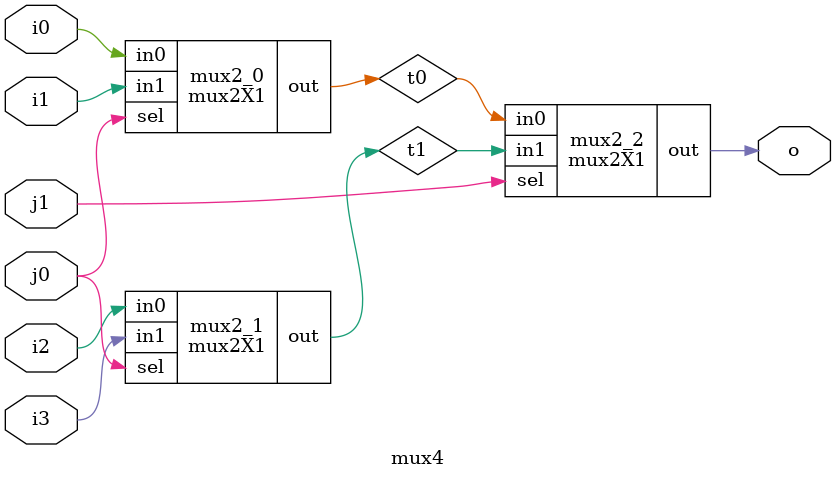
<source format=v>

module barrel_shifter_left (input wire [15:0] in,input wire [3:0] ctrl,output wire [15:0] out);
  wire [0:15] x,y,z;


//1 bit shift left

mux2X1  ins_49 (.in0(y[0]),.in1(1'b0),.sel(ctrl[0]),.out(out[0]));
mux2X1  ins_50 (.in0(y[1]),.in1(y[0]),.sel(ctrl[0]),.out(out[1]));
mux2X1  ins_51 (.in0(y[2]),.in1(y[1]),.sel(ctrl[0]),.out(out[2]));
mux2X1  ins_52 (.in0(y[3]),.in1(y[2]),.sel(ctrl[0]),.out(out[3]));
mux2X1  ins_53 (.in0(y[4]),.in1(y[3]),.sel(ctrl[0]),.out(out[4]));
mux2X1  ins_54 (.in0(y[5]),.in1(y[4]),.sel(ctrl[0]),.out(out[5]));
mux2X1  ins_55 (.in0(y[6]),.in1(y[5]),.sel(ctrl[0]),.out(out[6]));
mux2X1  ins_56 (.in0(y[7]),.in1(y[6]),.sel(ctrl[0]),.out(out[7]));
mux2X1  ins_57 (.in0(y[8]),.in1(y[7]),.sel(ctrl[0]),.out(out[8]));
mux2X1  ins_58 (.in0(y[9]),.in1(y[8]),.sel(ctrl[0]),.out(out[9]));
mux2X1  ins_59 (.in0(y[10]),.in1(y[9]),.sel(ctrl[0]),.out(out[10]));
mux2X1  ins_60 (.in0(y[11]),.in1(y[10]),.sel(ctrl[0]),.out(out[11]));
mux2X1  ins_61 (.in0(y[12]),.in1(y[11]),.sel(ctrl[0]),.out(out[12]));
mux2X1  ins_62 (.in0(y[13]),.in1(y[12]),.sel(ctrl[0]),.out(out[13]));
mux2X1  ins_63 (.in0(y[14]),.in1(y[13]),.sel(ctrl[0]),.out(out[14]));
mux2X1  ins_64 (.in0(y[15]),.in1(y[14]),.sel(ctrl[0]),.out(out[15]));


//2 bit shift left
mux2X1  ins_33 (.in0(x[0]),.in1(1'b0),.sel(ctrl[1]),.out(y[0]));
mux2X1  ins_34 (.in0(x[1]),.in1(1'b0),.sel(ctrl[1]),.out(y[1]));
mux2X1  ins_35 (.in0(x[2]),.in1(x[0]),.sel(ctrl[1]),.out(y[2]));
mux2X1  ins_36 (.in0(x[3]),.in1(x[1]),.sel(ctrl[1]),.out(y[3]));
mux2X1  ins_37 (.in0(x[4]),.in1(x[2]),.sel(ctrl[1]),.out(y[4]));
mux2X1  ins_38 (.in0(x[5]),.in1(x[3]),.sel(ctrl[1]),.out(y[5]));
mux2X1  ins_39 (.in0(x[6]),.in1(x[4]),.sel(ctrl[1]),.out(y[6]));
mux2X1  ins_40 (.in0(x[7]),.in1(x[5]),.sel(ctrl[1]),.out(y[7]));
mux2X1  ins_41 (.in0(x[8]),.in1(x[6]),.sel(ctrl[1]),.out(y[8]));
mux2X1  ins_42 (.in0(x[9]),.in1(x[7]),.sel(ctrl[1]),.out(y[9]));
mux2X1  ins_43 (.in0(x[10]),.in1(x[8]),.sel(ctrl[1]),.out(y[10]));
mux2X1  ins_44 (.in0(x[11]),.in1(x[9]),.sel(ctrl[1]),.out(y[11]));
mux2X1  ins_45 (.in0(x[12]),.in1(x[10]),.sel(ctrl[1]),.out(y[12]));
mux2X1  ins_46 (.in0(x[13]),.in1(x[11]),.sel(ctrl[1]),.out(y[13]));
mux2X1  ins_47 (.in0(x[14]),.in1(x[12]),.sel(ctrl[1]),.out(y[14]));
mux2X1  ins_48 (.in0(x[15]),.in1(x[13]),.sel(ctrl[1]),.out(y[15]));

//4bit shift left
mux2X1  ins_17 (.in0(z[0]),.in1(1'b0),.sel(ctrl[2]),.out(x[0]));
mux2X1  ins_18(.in0(z[1]),.in1(1'b0),.sel(ctrl[2]),.out(x[1]));
mux2X1  ins_19 (.in0(z[2]),.in1(1'b0),.sel(ctrl[2]),.out(x[2]));
mux2X1  ins_20 (.in0(z[3]),.in1(1'b0),.sel(ctrl[2]),.out(x[3]));
mux2X1  ins_21 (.in0(z[4]),.in1(z[0]),.sel(ctrl[2]),.out(x[4]));
mux2X1  ins_22 (.in0(z[5]),.in1(z[1]),.sel(ctrl[2]),.out(x[5]));
mux2X1  ins_23 (.in0(z[6]),.in1(z[2]),.sel(ctrl[2]),.out(x[6]));
mux2X1  ins_24 (.in0(z[7]),.in1(z[3]),.sel(ctrl[2]),.out(x[7]));
mux2X1  ins_25 (.in0(z[8]),.in1(z[4]),.sel(ctrl[2]),.out(x[8]));
mux2X1  ins_26 (.in0(z[9]),.in1(z[5]),.sel(ctrl[2]),.out(x[9]));
mux2X1  ins_27 (.in0(z[10]),.in1(z[6]),.sel(ctrl[2]),.out(x[10]));
mux2X1  ins_28 (.in0(z[11]),.in1(z[7]),.sel(ctrl[2]),.out(x[11]));
mux2X1  ins_29 (.in0(z[12]),.in1(z[8]),.sel(ctrl[2]),.out(x[12]));
mux2X1  ins_30 (.in0(z[13]),.in1(z[9]),.sel(ctrl[2]),.out(x[13]));
mux2X1  ins_31 (.in0(z[14]),.in1(z[10]),.sel(ctrl[2]),.out(x[14]));
mux2X1  ins_32 (.in0(z[15]),.in1(z[11]),.sel(ctrl[2]),.out(x[15]));
 
 
//8bit shift left
mux2X1  ins_1 (.in0(in[0]),.in1(1'b0),.sel(ctrl[3]),.out(z[0]));
mux2X1  ins_2 (.in0(in[1]),.in1(1'b0),.sel(ctrl[3]),.out(z[1]));
mux2X1  ins_3 (.in0(in[2]),.in1(1'b0),.sel(ctrl[3]),.out(z[2]));
mux2X1  ins_4 (.in0(in[3]),.in1(1'b0),.sel(ctrl[3]),.out(z[3]));
mux2X1  ins_5 (.in0(in[4]),.in1(1'b0),.sel(ctrl[3]),.out(z[4]));
mux2X1  ins_6 (.in0(in[5]),.in1(1'b0),.sel(ctrl[3]),.out(z[5]));
mux2X1  ins_7 (.in0(in[6]),.in1(1'b0),.sel(ctrl[3]),.out(z[6]));
mux2X1  ins_8 (.in0(in[7]),.in1(1'b0),.sel(ctrl[3]),.out(z[7]));
mux2X1  ins_9 (.in0(in[8]),.in1(in[0]),.sel(ctrl[3]),.out(z[8]));
mux2X1  ins_10 (.in0(in[9]),.in1(in[1]),.sel(ctrl[3]),.out(z[9]));
mux2X1  ins_11 (.in0(in[10]),.in1(in[2]),.sel(ctrl[3]),.out(z[10]));
mux2X1  ins_12 (.in0(in[11]),.in1(in[3]),.sel(ctrl[3]),.out(z[11]));
mux2X1  ins_13 (.in0(in[12]),.in1(in[4]),.sel(ctrl[3]),.out(z[12]));
mux2X1  ins_14 (.in0(in[13]),.in1(in[5]),.sel(ctrl[3]),.out(z[13]));
mux2X1  ins_15 (.in0(in[14]),.in1(in[6]),.sel(ctrl[3]),.out(z[14]));
mux2X1  ins_16 (.in0(in[15]),.in1(in[7]),.sel(ctrl[3]),.out(z[15]));
 
 



 
endmodule



module rotator_left (input wire [15:0] in,input wire [3:0] ctrl,output wire [15:0] out);

  wire [0:15] x,y,z;
  
  //1 bit rotate 
mux2X1  ins_49 (.in0(y[0]),.in1(y[15]),.sel(ctrl[0]),.out(out[0]));
mux2X1  ins_50 (.in0(y[1]),.in1(y[0]),.sel(ctrl[0]),.out(out[1]));
mux2X1  ins_51 (.in0(y[2]),.in1(y[1]),.sel(ctrl[0]),.out(out[2]));
mux2X1  ins_52 (.in0(y[3]),.in1(y[2]),.sel(ctrl[0]),.out(out[3]));
mux2X1  ins_53 (.in0(y[4]),.in1(y[3]),.sel(ctrl[0]),.out(out[4]));
mux2X1  ins_54 (.in0(y[5]),.in1(y[4]),.sel(ctrl[0]),.out(out[5]));
mux2X1  ins_55 (.in0(y[6]),.in1(y[5]),.sel(ctrl[0]),.out(out[6]));
mux2X1  ins_56 (.in0(y[7]),.in1(y[6]),.sel(ctrl[0]),.out(out[7]));
mux2X1  ins_57 (.in0(y[8]),.in1(y[7]),.sel(ctrl[0]),.out(out[8]));
mux2X1  ins_58 (.in0(y[9]),.in1(y[8]),.sel(ctrl[0]),.out(out[9]));
mux2X1  ins_59 (.in0(y[10]),.in1(y[9]),.sel(ctrl[0]),.out(out[10]));
mux2X1  ins_60 (.in0(y[11]),.in1(y[10]),.sel(ctrl[0]),.out(out[11]));
mux2X1  ins_61 (.in0(y[12]),.in1(y[11]),.sel(ctrl[0]),.out(out[12]));
mux2X1  ins_62 (.in0(y[13]),.in1(y[12]),.sel(ctrl[0]),.out(out[13]));
mux2X1  ins_63 (.in0(y[14]),.in1(y[13]),.sel(ctrl[0]),.out(out[14]));
mux2X1  ins_64 (.in0(y[15]),.in1(y[14]),.sel(ctrl[0]),.out(out[15]));

//2 bit rotate 
 
mux2X1  ins_33 (.in0(x[0]),.in1(x[14]),.sel(ctrl[1]),.out(y[0]));
mux2X1  ins_34 (.in0(x[1]),.in1(x[15]),.sel(ctrl[1]),.out(y[1]));
mux2X1  ins_35 (.in0(x[2]),.in1(x[0]),.sel(ctrl[1]),.out(y[2]));
mux2X1  ins_36 (.in0(x[3]),.in1(x[1]),.sel(ctrl[1]),.out(y[3]));
mux2X1  ins_37 (.in0(x[4]),.in1(x[2]),.sel(ctrl[1]),.out(y[4]));
mux2X1  ins_38 (.in0(x[5]),.in1(x[3]),.sel(ctrl[1]),.out(y[5]));
mux2X1  ins_39 (.in0(x[6]),.in1(x[4]),.sel(ctrl[1]),.out(y[6]));
mux2X1  ins_40 (.in0(x[7]),.in1(x[5]),.sel(ctrl[1]),.out(y[7]));
mux2X1  ins_41 (.in0(x[8]),.in1(x[6]),.sel(ctrl[1]),.out(y[8]));
mux2X1  ins_42 (.in0(x[9]),.in1(x[7]),.sel(ctrl[1]),.out(y[9]));
mux2X1  ins_43 (.in0(x[10]),.in1(x[8]),.sel(ctrl[1]),.out(y[10]));
mux2X1  ins_44 (.in0(x[11]),.in1(x[9]),.sel(ctrl[1]),.out(y[11]));
mux2X1  ins_45 (.in0(x[12]),.in1(x[10]),.sel(ctrl[1]),.out(y[12]));
mux2X1  ins_46 (.in0(x[13]),.in1(x[11]),.sel(ctrl[1]),.out(y[13]));
mux2X1  ins_47 (.in0(x[14]),.in1(x[12]),.sel(ctrl[1]),.out(y[14]));
mux2X1  ins_48 (.in0(x[15]),.in1(x[13]),.sel(ctrl[1]),.out(y[15]));

//4bit rotate
mux2X1  ins_17 (.in0(z[0]),.in1(z[12]),.sel(ctrl[2]),.out(x[0]));
mux2X1  ins_18 (.in0(z[1]),.in1(z[13]),.sel(ctrl[2]),.out(x[1]));
mux2X1  ins_19 (.in0(z[2]),.in1(z[14]),.sel(ctrl[2]),.out(x[2]));
mux2X1  ins_20 (.in0(z[3]),.in1(z[15]),.sel(ctrl[2]),.out(x[3]));
mux2X1  ins_21 (.in0(z[4]),.in1(z[0]),.sel(ctrl[2]),.out(x[4]));
mux2X1  ins_22 (.in0(z[5]),.in1(z[1]),.sel(ctrl[2]),.out(x[5]));
mux2X1  ins_23 (.in0(z[6]),.in1(z[2]),.sel(ctrl[2]),.out(x[6]));
mux2X1  ins_24 (.in0(z[7]),.in1(z[3]),.sel(ctrl[2]),.out(x[7]));
mux2X1  ins_25 (.in0(z[8]),.in1(z[4]),.sel(ctrl[2]),.out(x[8]));
mux2X1  ins_26 (.in0(z[9]),.in1(z[5]),.sel(ctrl[2]),.out(x[9]));
mux2X1  ins_27 (.in0(z[10]),.in1(z[6]),.sel(ctrl[2]),.out(x[10]));
mux2X1  ins_28 (.in0(z[11]),.in1(z[7]),.sel(ctrl[2]),.out(x[11]));
mux2X1  ins_29 (.in0(z[12]),.in1(z[8]),.sel(ctrl[2]),.out(x[12]));
mux2X1  ins_30 (.in0(z[13]),.in1(z[9]),.sel(ctrl[2]),.out(x[13]));
mux2X1  ins_31 (.in0(z[14]),.in1(z[10]),.sel(ctrl[2]),.out(x[14]));
mux2X1  ins_32 (.in0(z[15]),.in1(z[11]),.sel(ctrl[2]),.out(x[15]));
 
 
//8bit rotate 
mux2X1  ins_1 (.in0(in[0]),.in1(in[8]),.sel(ctrl[3]),.out(z[0]));
mux2X1  ins_2 (.in0(in[1]),.in1(in[9]),.sel(ctrl[3]),.out(z[1]));
mux2X1  ins_3 (.in0(in[2]),.in1(in[10]),.sel(ctrl[3]),.out(z[2]));
mux2X1  ins_4 (.in0(in[3]),.in1(in[11]),.sel(ctrl[3]),.out(z[3]));
mux2X1  ins_5 (.in0(in[4]),.in1(in[12]),.sel(ctrl[3]),.out(z[4]));
mux2X1  ins_6 (.in0(in[5]),.in1(in[13]),.sel(ctrl[3]),.out(z[5]));
mux2X1  ins_7 (.in0(in[6]),.in1(in[14]),.sel(ctrl[3]),.out(z[6]));
mux2X1  ins_8 (.in0(in[7]),.in1(in[15]),.sel(ctrl[3]),.out(z[7]));
mux2X1  ins_9 (.in0(in[8]),.in1(in[16]),.sel(ctrl[3]),.out(z[8]));
mux2X1  ins_10 (.in0(in[9]),.in1(in[0]),.sel(ctrl[3]),.out(z[9]));
mux2X1  ins_11 (.in0(in[10]),.in1(in[1]),.sel(ctrl[3]),.out(z[10]));
mux2X1  ins_12 (.in0(in[11]),.in1(in[3]),.sel(ctrl[3]),.out(z[11]));
mux2X1  ins_13 (.in0(in[12]),.in1(in[4]),.sel(ctrl[3]),.out(z[12]));
mux2X1  ins_14 (.in0(in[13]),.in1(in[5]),.sel(ctrl[3]),.out(z[13]));
mux2X1  ins_15 (.in0(in[14]),.in1(in[6]),.sel(ctrl[3]),.out(z[14]));
mux2X1  ins_16 (.in0(in[15]),.in1(in[7]),.sel(ctrl[3]),.out(z[15]));



 

 
endmodule


module barrel_shifter_right (input wire [15:0] in,input wire [3:0] ctrl,output wire [15:0] out);
  wire [15:0] x,y,z;




//1 bit shift right
mux2X1  ins_49 (.in0(y[15]),.in1(1'b0),.sel(ctrl[0]),.out(out[15]));
mux2X1  ins_50 (.in0(y[14]),.in1(y[15]),.sel(ctrl[0]),.out(out[14]));
mux2X1  ins_51 (.in0(y[13]),.in1(y[14]),.sel(ctrl[0]),.out(out[13]));
mux2X1  ins_52 (.in0(y[12]),.in1(y[13]),.sel(ctrl[0]),.out(out[12]));
mux2X1  ins_53 (.in0(y[11]),.in1(y[12]),.sel(ctrl[0]),.out(out[11]));
mux2X1  ins_54 (.in0(y[10]),.in1(y[11]),.sel(ctrl[0]),.out(out[10]));
mux2X1  ins_55 (.in0(y[9]),.in1(y[10]),.sel(ctrl[0]),.out(out[9]));
mux2X1  ins_56 (.in0(y[8]),.in1(y[9]),.sel(ctrl[0]),.out(out[8]));
mux2X1  ins_57 (.in0(y[7]),.in1(y[8]),.sel(ctrl[0]),.out(out[7]));
mux2X1  ins_58 (.in0(y[6]),.in1(y[7]),.sel(ctrl[0]),.out(out[6]));
mux2X1  ins_59 (.in0(y[5]),.in1(y[6]),.sel(ctrl[0]),.out(out[5]));
mux2X1  ins_60 (.in0(y[4]),.in1(y[5]),.sel(ctrl[0]),.out(out[4]));
mux2X1  ins_61 (.in0(y[3]),.in1(y[4]),.sel(ctrl[0]),.out(out[3]));
mux2X1  ins_62 (.in0(y[2]),.in1(y[3]),.sel(ctrl[0]),.out(out[2]));
mux2X1  ins_63 (.in0(y[1]),.in1(y[2]),.sel(ctrl[0]),.out(out[1]));
mux2X1  ins_64 (.in0(y[0]),.in1(y[1]),.sel(ctrl[0]),.out(out[0]));

//2 bits shift right
 
mux2X1  ins_33 (.in0(x[15]),.in1(1'b0),.sel(ctrl[1]),.out(y[15]));
mux2X1  ins_34 (.in0(x[14]),.in1(1'b0),.sel(ctrl[1]),.out(y[14]));
mux2X1  ins_35 (.in0(x[13]),.in1(x[15]),.sel(ctrl[1]),.out(y[13]));
mux2X1  ins_36 (.in0(x[12]),.in1(x[14]),.sel(ctrl[1]),.out(y[12]));
mux2X1  ins_37 (.in0(x[11]),.in1(x[13]),.sel(ctrl[1]),.out(y[11]));
mux2X1  ins_38 (.in0(x[10]),.in1(x[12]),.sel(ctrl[1]),.out(y[10]));
mux2X1  ins_39 (.in0(x[9]),.in1(x[11]),.sel(ctrl[1]),.out(y[9]));
mux2X1  ins_40 (.in0(x[8]),.in1(x[10]),.sel(ctrl[1]),.out(y[8]));
mux2X1  ins_41 (.in0(x[7]),.in1(x[9]),.sel(ctrl[1]),.out(y[7]));
mux2X1  ins_42 (.in0(x[6]),.in1(x[8]),.sel(ctrl[1]),.out(y[6]));
mux2X1  ins_43 (.in0(x[5]),.in1(x[7]),.sel(ctrl[1]),.out(y[5]));
mux2X1  ins_44 (.in0(x[4]),.in1(x[6]),.sel(ctrl[1]),.out(y[4]));
mux2X1  ins_45 (.in0(x[3]),.in1(x[5]),.sel(ctrl[1]),.out(y[3]));
mux2X1  ins_46 (.in0(x[2]),.in1(x[4]),.sel(ctrl[1]),.out(y[2]));
mux2X1  ins_47 (.in0(x[1]),.in1(x[3]),.sel(ctrl[1]),.out(y[1]));
mux2X1  ins_48 (.in0(x[0]),.in1(x[2]),.sel(ctrl[1]),.out(y[0]));


//4bits shift right
mux2X1  ins_17 (.in0(z[15]),.in1(1'b0),.sel(ctrl[2]),.out(x[15]));
mux2X1  ins_18 (.in0(z[14]),.in1(1'b0),.sel(ctrl[2]),.out(x[14]));
mux2X1  ins_19 (.in0(z[13]),.in1(1'b0),.sel(ctrl[2]),.out(x[13]));
mux2X1  ins_20 (.in0(z[12]),.in1(1'b0),.sel(ctrl[2]),.out(x[12]));
mux2X1  ins_21 (.in0(z[11]),.in1(z[15]),.sel(ctrl[2]),.out(x[11]));
mux2X1  ins_22 (.in0(z[10]),.in1(z[14]),.sel(ctrl[2]),.out(x[10]));
mux2X1  ins_23 (.in0(z[9]),.in1(z[13]),.sel(ctrl[2]),.out(x[9]));
mux2X1  ins_24 (.in0(z[8]),.in1(z[12]),.sel(ctrl[2]),.out(x[8]));
mux2X1  ins_25 (.in0(z[7]),.in1(z[11]),.sel(ctrl[2]),.out(x[7]));
mux2X1  ins_26 (.in0(z[6]),.in1(z[10]),.sel(ctrl[2]),.out(x[6]));
mux2X1  ins_27 (.in0(z[5]),.in1(z[9]),.sel(ctrl[2]),.out(x[5]));
mux2X1  ins_28 (.in0(z[4]),.in1(z[8]),.sel(ctrl[2]),.out(x[4]));
mux2X1  ins_29 (.in0(z[3]),.in1(in[7]),.sel(ctrl[2]),.out(x[3]));
mux2X1  ins_30 (.in0(z[2]),.in1(in[6]),.sel(ctrl[2]),.out(x[2]));
mux2X1  ins_31 (.in0(z[1]),.in1(in[5]),.sel(ctrl[2]),.out(x[1]));
mux2X1  ins_32 (.in0(z[0]),.in1(in[4]),.sel(ctrl[2]),.out(x[0]));
 
//8bits shift right 
mux2X1  ins_1 (.in0(in[15]),.in1(1'b0),.sel(ctrl[3]),.out(z[15]));
mux2X1  ins_2 (.in0(in[14]),.in1(1'b0),.sel(ctrl[3]),.out(z[14]));
mux2X1  ins_3 (.in0(in[13]),.in1(1'b0),.sel(ctrl[3]),.out(z[13]));
mux2X1  ins_4 (.in0(in[12]),.in1(1'b0),.sel(ctrl[3]),.out(z[12]));
mux2X1  ins_5 (.in0(in[11]),.in1(1'b0),.sel(ctrl[3]),.out(z[11]));
mux2X1  ins_6 (.in0(in[10]),.in1(1'b0),.sel(ctrl[3]),.out(z[10]));
mux2X1  ins_7 (.in0(in[9]),.in1(1'b0),.sel(ctrl[3]),.out(z[9]));
mux2X1  ins_8 (.in0(in[8]),.in1(1'b0),.sel(ctrl[3]),.out(z[8]));
mux2X1  ins_9 (.in0(in[7]),.in1(in[15]),.sel(ctrl[3]),.out(z[7]));
mux2X1  ins_10 (.in0(in[6]),.in1(in[14]),.sel(ctrl[3]),.out(z[6]));
mux2X1  ins_11 (.in0(in[5]),.in1(in[13]),.sel(ctrl[3]),.out(z[5]));
mux2X1  ins_12 (.in0(in[4]),.in1(in[12]),.sel(ctrl[3]),.out(z[4]));
mux2X1  ins_13 (.in0(in[3]),.in1(in[11]),.sel(ctrl[3]),.out(z[3]));
mux2X1  ins_14 (.in0(in[2]),.in1(in[10]),.sel(ctrl[3]),.out(z[2]));
mux2X1  ins_15 (.in0(in[1]),.in1(in[9]),.sel(ctrl[3]),.out(z[1]));
mux2X1  ins_16 (.in0(in[0]),.in1(in[8]),.sel(ctrl[3]),.out(z[0]));
 

 


endmodule



module rotator_right (input wire [15:0] in,input wire [3:0] ctrl,output wire [15:0] out);
  wire [15:0] x,y,z;


//1 bit shift right
mux2X1  ins_49 (.in0(y[15]),.in1(y[0]),.sel(ctrl[0]),.out(out[15]));
mux2X1  ins_50 (.in0(y[14]),.in1(y[15]),.sel(ctrl[0]),.out(out[14]));
mux2X1  ins_51 (.in0(y[13]),.in1(y[14]),.sel(ctrl[0]),.out(out[13]));
mux2X1  ins_52 (.in0(y[12]),.in1(y[13]),.sel(ctrl[0]),.out(out[12]));
mux2X1  ins_53 (.in0(y[11]),.in1(y[12]),.sel(ctrl[0]),.out(out[11]));
mux2X1  ins_54 (.in0(y[10]),.in1(y[11]),.sel(ctrl[0]),.out(out[10]));
mux2X1  ins_55 (.in0(y[9]),.in1(y[10]),.sel(ctrl[0]),.out(out[9]));
mux2X1  ins_56 (.in0(y[8]),.in1(y[9]),.sel(ctrl[0]),.out(out[8]));
mux2X1  ins_57 (.in0(y[7]),.in1(y[8]),.sel(ctrl[0]),.out(out[7]));
mux2X1  ins_58 (.in0(y[6]),.in1(y[7]),.sel(ctrl[0]),.out(out[6]));
mux2X1  ins_59 (.in0(y[5]),.in1(y[6]),.sel(ctrl[0]),.out(out[5]));
mux2X1  ins_60 (.in0(y[4]),.in1(y[5]),.sel(ctrl[0]),.out(out[4]));
mux2X1  ins_61 (.in0(y[3]),.in1(y[4]),.sel(ctrl[0]),.out(out[3]));
mux2X1  ins_62 (.in0(y[2]),.in1(y[3]),.sel(ctrl[0]),.out(out[2]));
mux2X1  ins_63 (.in0(y[1]),.in1(y[2]),.sel(ctrl[0]),.out(out[1]));
mux2X1  ins_64 (.in0(y[0]),.in1(y[1]),.sel(ctrl[0]),.out(out[0]));

//2 bit shift right
 
mux2X1  ins_33 (.in0(x[15]),.in1(x[1]),.sel(ctrl[1]),.out(y[15]));
mux2X1  ins_34 (.in0(x[14]),.in1(x[0]),.sel(ctrl[1]),.out(y[14]));
mux2X1  ins_35 (.in0(x[13]),.in1(x[15]),.sel(ctrl[1]),.out(y[13]));
mux2X1  ins_36 (.in0(x[12]),.in1(x[14]),.sel(ctrl[1]),.out(y[12]));
mux2X1  ins_37 (.in0(x[11]),.in1(x[13]),.sel(ctrl[1]),.out(y[11]));
mux2X1  ins_38 (.in0(x[10]),.in1(x[12]),.sel(ctrl[1]),.out(y[10]));
mux2X1  ins_39 (.in0(x[9]),.in1(x[11]),.sel(ctrl[1]),.out(y[9]));
mux2X1  ins_40 (.in0(x[8]),.in1(x[10]),.sel(ctrl[1]),.out(y[8]));
mux2X1  ins_41 (.in0(x[7]),.in1(x[9]),.sel(ctrl[1]),.out(y[7]));
mux2X1  ins_42 (.in0(x[6]),.in1(x[8]),.sel(ctrl[1]),.out(y[6]));
mux2X1  ins_43 (.in0(x[5]),.in1(x[7]),.sel(ctrl[1]),.out(y[5]));
mux2X1  ins_44 (.in0(x[4]),.in1(x[6]),.sel(ctrl[1]),.out(y[4]));
mux2X1  ins_45 (.in0(x[3]),.in1(x[5]),.sel(ctrl[1]),.out(y[3]));
mux2X1  ins_46 (.in0(x[2]),.in1(x[4]),.sel(ctrl[1]),.out(y[2]));
mux2X1  ins_47 (.in0(x[1]),.in1(x[3]),.sel(ctrl[1]),.out(y[1]));
mux2X1  ins_48 (.in0(x[0]),.in1(x[2]),.sel(ctrl[1]),.out(y[0]));

//4bit shift right
mux2X1  ins_17 (.in0(z[15]),.in1(z[3]),.sel(ctrl[2]),.out(x[15]));
mux2X1  ins_18 (.in0(z[14]),.in1(z[2]),.sel(ctrl[2]),.out(x[14]));
mux2X1  ins_19 (.in0(z[13]),.in1(z[1]),.sel(ctrl[2]),.out(x[13]));
mux2X1  ins_20 (.in0(z[12]),.in1(z[0]),.sel(ctrl[2]),.out(x[12]));
mux2X1  ins_21 (.in0(z[11]),.in1(z[15]),.sel(ctrl[2]),.out(x[11]));
mux2X1  ins_22 (.in0(z[10]),.in1(z[14]),.sel(ctrl[2]),.out(x[10]));
mux2X1  ins_23 (.in0(z[9]),.in1(z[13]),.sel(ctrl[2]),.out(x[9]));
mux2X1  ins_24 (.in0(z[8]),.in1(z[12]),.sel(ctrl[2]),.out(x[8]));
mux2X1  ins_25 (.in0(z[7]),.in1(z[11]),.sel(ctrl[2]),.out(x[7]));
mux2X1  ins_26 (.in0(z[6]),.in1(z[10]),.sel(ctrl[2]),.out(x[6]));
mux2X1  ins_27 (.in0(z[5]),.in1(z[9]),.sel(ctrl[2]),.out(x[5]));
mux2X1  ins_28 (.in0(z[4]),.in1(z[8]),.sel(ctrl[2]),.out(x[4]));
mux2X1  ins_29 (.in0(z[3]),.in1(in[7]),.sel(ctrl[2]),.out(x[3]));
mux2X1  ins_30 (.in0(z[2]),.in1(in[6]),.sel(ctrl[2]),.out(x[2]));
mux2X1  ins_31 (.in0(z[1]),.in1(in[5]),.sel(ctrl[2]),.out(x[1]));
mux2X1  ins_32 (.in0(z[0]),.in1(in[4]),.sel(ctrl[2]),.out(x[0]));


//8bit shift right 
mux2X1  ins_1 (.in0(in[15]),.in1(in[7]),.sel(ctrl[3]),.out(z[15]));
mux2X1  ins_2 (.in0(in[14]),.in1(in[6]),.sel(ctrl[3]),.out(z[14]));
mux2X1  ins_3 (.in0(in[13]),.in1(in[5]),.sel(ctrl[3]),.out(z[13]));
mux2X1  ins_4 (.in0(in[12]),.in1(in[4]),.sel(ctrl[3]),.out(z[12]));
mux2X1  ins_5 (.in0(in[11]),.in1(in[3]),.sel(ctrl[3]),.out(z[11]));
mux2X1  ins_6 (.in0(in[10]),.in1(in[2]),.sel(ctrl[3]),.out(z[10]));
mux2X1  ins_7 (.in0(in[9]),.in1(in[1]),.sel(ctrl[3]),.out(z[9]));
mux2X1  ins_8 (.in0(in[8]),.in1(in[0]),.sel(ctrl[3]),.out(z[8]));
mux2X1  ins_9 (.in0(in[7]),.in1(in[15]),.sel(ctrl[3]),.out(z[7]));
mux2X1  ins_10 (.in0(in[6]),.in1(in[14]),.sel(ctrl[3]),.out(z[6]));
mux2X1  ins_11 (.in0(in[5]),.in1(in[13]),.sel(ctrl[3]),.out(z[5]));
mux2X1  ins_12 (.in0(in[4]),.in1(in[12]),.sel(ctrl[3]),.out(z[4]));
mux2X1  ins_13 (.in0(in[3]),.in1(in[11]),.sel(ctrl[3]),.out(z[3]));
mux2X1  ins_14 (.in0(in[2]),.in1(in[10]),.sel(ctrl[3]),.out(z[2]));
mux2X1  ins_15 (.in0(in[1]),.in1(in[9]),.sel(ctrl[3]),.out(z[1]));
mux2X1  ins_16 (.in0(in[0]),.in1(in[8]),.sel(ctrl[3]),.out(z[0]));
 

 

 

 
endmodule
module alu(input wire [15:0] in,input wire [3:0] ctrl,input wire [1:0] op, output wire [15:0] out);
   
   wire [15:0] l,m,n,o;

barrel_shifter_left bs_left(in, ctrl, l);
barrel_shifter_right bs_right(in, ctrl, m);
rotator_left rotate_l(in, ctrl, n);
rotator_right rotate_r(in, ctrl,o);

mux4 inst1(l[0],m[0],n[0], o[0], op[0],op[1],out[0]);
mux4 inst2(l[1],m[1],n[1], o[1], op[0],op[1],out[1]);
mux4 inst3(l[2],m[2],n[2], o[2], op[0],op[1],out[2]);
mux4 inst4(l[3],m[3],n[3], o[3], op[0],op[1],out[3]);
mux4 inst5(l[4],m[4],n[4], o[4], op[0],op[1],out[4]);
mux4 inst6(l[5],m[5],n[5], o[5], op[0],op[1],out[5]);
mux4 inst7(l[6],m[6],n[6], o[6], op[0],op[1],out[6]);
mux4 inst8(l[7],m[7],n[7], o[7], op[0],op[1],out[7]);
mux4 inst9(l[8],m[8],n[8], o[8], op[0],op[1],out[8]);
mux4 inst10(l[9],m[9],n[9], o[9], op[0],op[1],out[9]);
mux4 inst11(l[10],m[10],n[10], o[10], op[0],op[1],out[10]);
mux4 inst12(l[11],m[11],n[11], o[11], op[0],op[1],out[11]);
mux4 inst13(l[12],m[12],n[12], o[12], op[0],op[1],out[12]);
mux4 inst14(l[13],m[13],n[13], o[13], op[0],op[1],out[13]);
mux4 inst15(l[14],m[14],n[14], o[14], op[0],op[1],out[14]);
mux4 inst16(l[15],m[15],n[15], o[15], op[0],op[1],out[15]);
endmodule

/////////////////////////
//2X1 Mux
/////////////////////////
 module mux2X1( in0,in1,sel,out);
input in0,in1,sel;
output out;
assign out=(sel)?in1:in0;
endmodule

module mux4 (i0,i1,i2,i3, j0,j1,o);
  input i0,i1,i2,i3,j0,j1;
  output o;
  wire  t0, t1;
  mux2X1 mux2_0 (i0, i1, j0, t0);
  mux2X1 mux2_1 (i2, i3, j0, t1);
  mux2X1 mux2_2(t0,t1,j1,o);
endmodule

</source>
